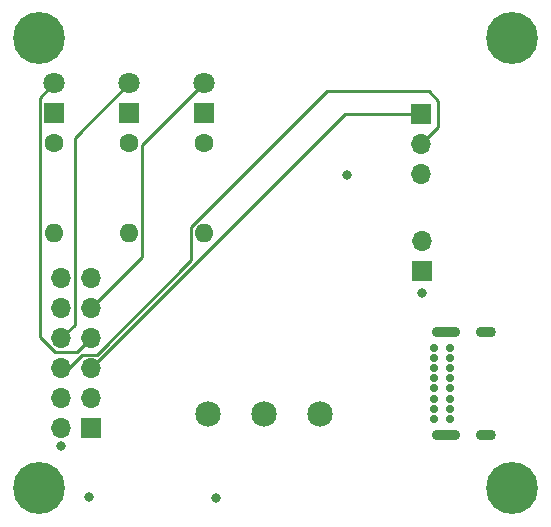
<source format=gbl>
G04 #@! TF.GenerationSoftware,KiCad,Pcbnew,(6.0.7-1)-1*
G04 #@! TF.CreationDate,2023-01-09T18:43:15-05:00*
G04 #@! TF.ProjectId,DebugBoard,44656275-6742-46f6-9172-642e6b696361,rev?*
G04 #@! TF.SameCoordinates,Original*
G04 #@! TF.FileFunction,Copper,L4,Bot*
G04 #@! TF.FilePolarity,Positive*
%FSLAX46Y46*%
G04 Gerber Fmt 4.6, Leading zero omitted, Abs format (unit mm)*
G04 Created by KiCad (PCBNEW (6.0.7-1)-1) date 2023-01-09 18:43:15*
%MOMM*%
%LPD*%
G01*
G04 APERTURE LIST*
G04 #@! TA.AperFunction,ComponentPad*
%ADD10C,2.159000*%
G04 #@! TD*
G04 #@! TA.AperFunction,ComponentPad*
%ADD11O,1.700000X1.700000*%
G04 #@! TD*
G04 #@! TA.AperFunction,ComponentPad*
%ADD12R,1.700000X1.700000*%
G04 #@! TD*
G04 #@! TA.AperFunction,ComponentPad*
%ADD13C,4.400000*%
G04 #@! TD*
G04 #@! TA.AperFunction,ComponentPad*
%ADD14C,1.600000*%
G04 #@! TD*
G04 #@! TA.AperFunction,ComponentPad*
%ADD15O,1.600000X1.600000*%
G04 #@! TD*
G04 #@! TA.AperFunction,ComponentPad*
%ADD16R,1.800000X1.800000*%
G04 #@! TD*
G04 #@! TA.AperFunction,ComponentPad*
%ADD17C,1.800000*%
G04 #@! TD*
G04 #@! TA.AperFunction,ComponentPad*
%ADD18C,0.700000*%
G04 #@! TD*
G04 #@! TA.AperFunction,ComponentPad*
%ADD19O,1.700000X0.900000*%
G04 #@! TD*
G04 #@! TA.AperFunction,ComponentPad*
%ADD20O,2.400000X0.900000*%
G04 #@! TD*
G04 #@! TA.AperFunction,ViaPad*
%ADD21C,0.800000*%
G04 #@! TD*
G04 #@! TA.AperFunction,Conductor*
%ADD22C,0.254000*%
G04 #@! TD*
G04 APERTURE END LIST*
D10*
X124130001Y-107982250D03*
X119380000Y-107982250D03*
X114630000Y-107982250D03*
D11*
X132683400Y-87670400D03*
X132683400Y-85130400D03*
D12*
X132683400Y-82590400D03*
D13*
X100330000Y-76200000D03*
D12*
X132760000Y-95915000D03*
D11*
X132760000Y-93375000D03*
D14*
X107950000Y-85090000D03*
D15*
X107950000Y-92710000D03*
D16*
X101600000Y-82550000D03*
D17*
X101600000Y-80010000D03*
D12*
X104710000Y-109220000D03*
D11*
X102170000Y-109220000D03*
X104710000Y-106680000D03*
X102170000Y-106680000D03*
X104710000Y-104140000D03*
X102170000Y-104140000D03*
X104710000Y-101600000D03*
X102170000Y-101600000D03*
X104710000Y-99060000D03*
X102170000Y-99060000D03*
X104710000Y-96520000D03*
X102170000Y-96520000D03*
D18*
X133770000Y-108385000D03*
X133770000Y-107535000D03*
X133770000Y-106685000D03*
X133770000Y-105835000D03*
X133770000Y-104985000D03*
X133770000Y-104135000D03*
X133770000Y-103285000D03*
X133770000Y-102435000D03*
X135120000Y-102435000D03*
X135120000Y-103285000D03*
X135120000Y-104135000D03*
X135120000Y-104985000D03*
X135120000Y-105835000D03*
X135120000Y-106685000D03*
X135120000Y-107535000D03*
X135120000Y-108385000D03*
D19*
X138130000Y-109735000D03*
D20*
X134750000Y-101085000D03*
X134750000Y-109735000D03*
D19*
X138130000Y-101085000D03*
D13*
X100330000Y-114300000D03*
X140335000Y-76200000D03*
X140335000Y-114300000D03*
D14*
X114300000Y-85090000D03*
D15*
X114300000Y-92710000D03*
D14*
X101600000Y-85090000D03*
D15*
X101600000Y-92710000D03*
D16*
X107950000Y-82550000D03*
D17*
X107950000Y-80010000D03*
D16*
X114300000Y-82550000D03*
D17*
X114300000Y-80010000D03*
D21*
X115290600Y-115087400D03*
X132765800Y-97713800D03*
X102158800Y-110693200D03*
X104571800Y-115062000D03*
X126365000Y-87757000D03*
X114630000Y-107982250D03*
D22*
X132683400Y-85130400D02*
X134112000Y-83701800D01*
X134112000Y-81457800D02*
X133299200Y-80645000D01*
X113173000Y-94987530D02*
X105197530Y-102963000D01*
X133299200Y-80645000D02*
X124694814Y-80645000D01*
X134112000Y-83701800D02*
X134112000Y-81457800D01*
X124694814Y-80645000D02*
X113173000Y-92166814D01*
X113173000Y-92166814D02*
X113173000Y-94987530D01*
X102819200Y-104140000D02*
X102170000Y-104140000D01*
X105197530Y-102963000D02*
X103996200Y-102963000D01*
X103996200Y-102963000D02*
X102819200Y-104140000D01*
X104710000Y-104140000D02*
X126249200Y-82600800D01*
X126249200Y-82600800D02*
X132673000Y-82600800D01*
X103533000Y-102777000D02*
X104710000Y-101600000D01*
X100373000Y-81237000D02*
X100373000Y-101467530D01*
X101682470Y-102777000D02*
X103533000Y-102777000D01*
X101600000Y-80010000D02*
X100373000Y-81237000D01*
X100373000Y-101467530D02*
X101682470Y-102777000D01*
X103347000Y-100423000D02*
X102170000Y-101600000D01*
X107950000Y-80010000D02*
X103347000Y-84613000D01*
X103347000Y-84613000D02*
X103347000Y-100423000D01*
X109077000Y-94693000D02*
X104710000Y-99060000D01*
X114300000Y-80010000D02*
X109077000Y-85233000D01*
X109077000Y-85233000D02*
X109077000Y-94693000D01*
M02*

</source>
